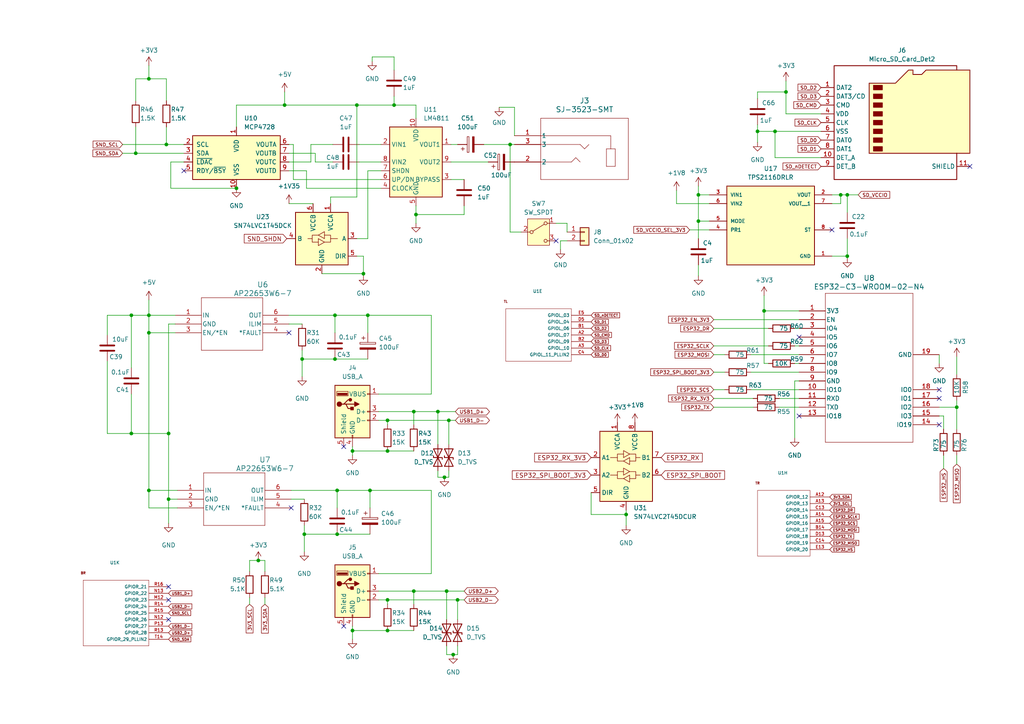
<source format=kicad_sch>
(kicad_sch (version 20250114) (generator "eeschema") (generator_version "9.0")
  (paper "A4")
  (junction (at 112.395 121.92))
  (junction (at 88.265 154.94))
  (junction (at 48.895 125.73))
  (junction (at 130.175 121.92))
  (junction (at 112.395 173.99))
  (junction (at 219.71 38.1))
  (junction (at 147.955 41.91))
  (junction (at 120.015 119.38))
  (junction (at 38.1 91.44))
  (junction (at 202.565 64.135))
  (junction (at 245.745 56.515))
  (junction (at 74.93 162.56))
  (junction (at 106.68 91.44))
  (junction (at 127 119.38))
  (junction (at 43.18 91.44))
  (junction (at 68.58 54.61))
  (junction (at 48.895 144.78))
  (junction (at 224.79 38.1))
  (junction (at 39.37 44.45))
  (junction (at 129.54 171.45))
  (junction (at 38.1 125.73))
  (junction (at 132.715 173.99))
  (junction (at 221.615 90.17))
  (junction (at 227.965 26.67))
  (junction (at 202.565 56.515))
  (junction (at 243.84 56.515))
  (junction (at 107.315 142.24))
  (junction (at 82.55 30.48))
  (junction (at 120.015 171.45))
  (junction (at 103.505 30.48))
  (junction (at 43.18 142.24))
  (junction (at 114.3 30.48))
  (junction (at 112.395 182.88))
  (junction (at 43.18 96.52))
  (junction (at 245.745 74.295))
  (junction (at 102.235 130.81))
  (junction (at 97.155 104.14))
  (junction (at 48.26 41.91))
  (junction (at 112.395 130.81))
  (junction (at 120.65 62.23))
  (junction (at 97.79 154.94))
  (junction (at 43.18 22.86))
  (junction (at 97.79 142.24))
  (junction (at 87.63 104.14))
  (junction (at 181.61 149.225))
  (junction (at 105.41 79.375))
  (junction (at 97.155 91.44))
  (junction (at 128.905 138.43))
  (junction (at 131.445 189.865))
  (junction (at 102.235 182.88))
  (junction (at 277.495 118.11))
  (no_connect (at 272.415 123.19))
  (no_connect (at 84.455 147.32))
  (no_connect (at 241.3 66.675))
  (no_connect (at 99.695 129.54))
  (no_connect (at 83.82 96.52))
  (no_connect (at 53.34 49.53))
  (no_connect (at 48.895 170.18))
  (no_connect (at 281.305 48.26))
  (no_connect (at 231.775 120.65))
  (no_connect (at 99.695 181.61))
  (no_connect (at 272.415 115.57))
  (no_connect (at 231.775 97.79))
  (no_connect (at 48.895 173.99))
  (no_connect (at 272.415 113.03))
  (no_connect (at 161.29 69.85))
  (no_connect (at 48.895 179.705))
  (wire (pts (xy 112.395 173.99) (xy 132.715 173.99)))
  (wire (pts (xy 181.61 149.225) (xy 181.61 152.4)))
  (wire (pts (xy 132.715 173.99) (xy 132.715 179.705)))
  (wire (pts (xy 83.82 91.44) (xy 97.155 91.44)))
  (wire (pts (xy 43.18 91.44) (xy 43.18 86.995)))
  (wire (pts (xy 130.81 41.91) (xy 132.715 41.91)))
  (wire (pts (xy 140.335 41.91) (xy 147.955 41.91)))
  (wire (pts (xy 112.395 123.19) (xy 112.395 121.92)))
  (wire (pts (xy 83.82 93.98) (xy 87.63 93.98)))
  (wire (pts (xy 224.79 38.1) (xy 238.125 38.1)))
  (wire (pts (xy 125.095 166.37) (xy 125.095 142.24)))
  (wire (pts (xy 51.435 142.24) (xy 43.18 142.24)))
  (wire (pts (xy 243.84 59.055) (xy 243.84 56.515)))
  (wire (pts (xy 48.895 125.73) (xy 48.895 144.78)))
  (wire (pts (xy 106.68 96.52) (xy 106.68 91.44)))
  (wire (pts (xy 105.41 79.375) (xy 105.41 80.01)))
  (wire (pts (xy 277.495 132.08) (xy 277.495 134.62)))
  (wire (pts (xy 106.68 49.53) (xy 106.68 69.215)))
  (wire (pts (xy 130.175 136.525) (xy 130.175 138.43)))
  (wire (pts (xy 277.495 118.11) (xy 277.495 124.46)))
  (wire (pts (xy 273.685 120.65) (xy 272.415 120.65)))
  (wire (pts (xy 31.115 125.73) (xy 31.115 104.775)))
  (wire (pts (xy 112.395 182.88) (xy 120.015 182.88)))
  (wire (pts (xy 103.505 69.215) (xy 106.68 69.215)))
  (wire (pts (xy 106.68 49.53) (xy 110.49 49.53)))
  (wire (pts (xy 83.82 59.055) (xy 90.805 59.055)))
  (wire (pts (xy 83.82 49.53) (xy 88.9 49.53)))
  (wire (pts (xy 48.26 36.83) (xy 48.26 41.91)))
  (wire (pts (xy 82.55 30.48) (xy 103.505 30.48)))
  (wire (pts (xy 39.37 44.45) (xy 53.34 44.45)))
  (wire (pts (xy 102.235 182.88) (xy 102.235 185.42)))
  (wire (pts (xy 221.615 90.17) (xy 221.615 85.725)))
  (wire (pts (xy 102.235 181.61) (xy 102.235 182.88)))
  (wire (pts (xy 241.3 56.515) (xy 243.84 56.515)))
  (wire (pts (xy 48.895 144.78) (xy 48.895 151.765)))
  (wire (pts (xy 85.09 52.07) (xy 110.49 52.07)))
  (wire (pts (xy 129.54 171.45) (xy 129.54 179.705)))
  (wire (pts (xy 87.63 104.14) (xy 97.155 104.14)))
  (wire (pts (xy 164.465 69.85) (xy 162.56 69.85)))
  (wire (pts (xy 164.465 64.77) (xy 164.465 67.31)))
  (wire (pts (xy 114.3 16.51) (xy 114.3 20.32)))
  (wire (pts (xy 224.79 45.72) (xy 238.125 45.72)))
  (wire (pts (xy 48.26 22.86) (xy 43.18 22.86)))
  (wire (pts (xy 241.3 74.295) (xy 245.745 74.295)))
  (wire (pts (xy 105.41 74.295) (xy 105.41 79.375)))
  (wire (pts (xy 38.1 91.44) (xy 43.18 91.44)))
  (wire (pts (xy 88.9 49.53) (xy 88.9 54.61)))
  (wire (pts (xy 39.37 36.83) (xy 39.37 44.45)))
  (wire (pts (xy 147.955 67.31) (xy 151.13 67.31)))
  (wire (pts (xy 202.565 64.135) (xy 202.565 56.515)))
  (wire (pts (xy 196.215 59.055) (xy 196.215 55.245)))
  (wire (pts (xy 127 119.38) (xy 132.08 119.38)))
  (wire (pts (xy 76.835 173.355) (xy 76.835 175.26)))
  (wire (pts (xy 120.65 30.48) (xy 120.65 34.29)))
  (wire (pts (xy 130.175 121.92) (xy 130.175 128.905)))
  (wire (pts (xy 161.29 64.77) (xy 164.465 64.77)))
  (wire (pts (xy 84.455 144.78) (xy 88.265 144.78)))
  (wire (pts (xy 273.685 120.65) (xy 273.685 124.46)))
  (wire (pts (xy 120.015 119.38) (xy 109.855 119.38)))
  (wire (pts (xy 39.37 29.21) (xy 39.37 22.86)))
  (wire (pts (xy 102.235 129.54) (xy 102.235 130.81)))
  (wire (pts (xy 245.745 56.515) (xy 248.92 56.515)))
  (wire (pts (xy 90.17 41.91) (xy 96.52 41.91)))
  (wire (pts (xy 130.175 138.43) (xy 128.905 138.43)))
  (wire (pts (xy 127 136.525) (xy 127 138.43)))
  (wire (pts (xy 231.775 110.49) (xy 230.505 110.49)))
  (wire (pts (xy 245.745 69.215) (xy 245.745 74.295)))
  (wire (pts (xy 129.54 171.45) (xy 134.62 171.45)))
  (wire (pts (xy 103.505 74.295) (xy 105.41 74.295)))
  (wire (pts (xy 83.82 44.45) (xy 91.44 44.45)))
  (wire (pts (xy 31.115 97.155) (xy 31.115 91.44)))
  (wire (pts (xy 50.8 93.98) (xy 48.895 93.98)))
  (wire (pts (xy 221.615 105.41) (xy 221.615 90.17)))
  (wire (pts (xy 31.115 125.73) (xy 38.1 125.73)))
  (wire (pts (xy 207.01 92.71) (xy 231.775 92.71)))
  (wire (pts (xy 171.45 142.875) (xy 171.45 149.225)))
  (wire (pts (xy 129.54 187.325) (xy 129.54 189.865)))
  (wire (pts (xy 88.265 154.94) (xy 97.79 154.94)))
  (wire (pts (xy 97.79 154.94) (xy 107.315 154.94)))
  (wire (pts (xy 224.79 45.72) (xy 224.79 38.1)))
  (wire (pts (xy 162.56 69.85) (xy 162.56 72.39)))
  (wire (pts (xy 127 119.38) (xy 127 128.905)))
  (wire (pts (xy 107.315 147.32) (xy 107.315 142.24)))
  (wire (pts (xy 53.34 46.99) (xy 49.53 46.99)))
  (wire (pts (xy 147.955 41.91) (xy 149.225 41.91)))
  (wire (pts (xy 84.455 142.24) (xy 97.79 142.24)))
  (wire (pts (xy 181.61 147.955) (xy 181.61 149.225)))
  (wire (pts (xy 125.095 114.3) (xy 125.095 91.44)))
  (wire (pts (xy 132.715 187.325) (xy 132.715 189.865)))
  (wire (pts (xy 120.015 175.26) (xy 120.015 171.45)))
  (wire (pts (xy 35.56 41.91) (xy 48.26 41.91)))
  (wire (pts (xy 91.44 46.99) (xy 96.52 46.99)))
  (wire (pts (xy 103.505 30.48) (xy 114.3 30.48)))
  (wire (pts (xy 88.265 152.4) (xy 88.265 154.94)))
  (wire (pts (xy 31.115 91.44) (xy 38.1 91.44)))
  (wire (pts (xy 230.505 105.41) (xy 231.775 105.41)))
  (wire (pts (xy 245.745 56.515) (xy 245.745 61.595)))
  (wire (pts (xy 39.37 22.86) (xy 43.18 22.86)))
  (wire (pts (xy 120.015 123.19) (xy 120.015 119.38)))
  (wire (pts (xy 277.495 118.11) (xy 277.495 116.205)))
  (wire (pts (xy 50.8 91.44) (xy 43.18 91.44)))
  (wire (pts (xy 132.715 173.99) (xy 134.62 173.99)))
  (wire (pts (xy 217.805 102.87) (xy 231.775 102.87)))
  (wire (pts (xy 202.565 64.135) (xy 202.565 69.215)))
  (wire (pts (xy 120.015 119.38) (xy 127 119.38)))
  (wire (pts (xy 87.63 104.14) (xy 87.63 109.22)))
  (wire (pts (xy 49.53 46.99) (xy 49.53 54.61)))
  (wire (pts (xy 120.65 62.23) (xy 120.65 64.77)))
  (wire (pts (xy 207.01 113.03) (xy 210.185 113.03)))
  (wire (pts (xy 205.74 59.055) (xy 196.215 59.055)))
  (wire (pts (xy 43.18 19.05) (xy 43.18 22.86)))
  (wire (pts (xy 97.79 142.24) (xy 97.79 147.32)))
  (wire (pts (xy 95.885 59.055) (xy 95.885 57.15)))
  (wire (pts (xy 104.14 46.99) (xy 110.49 46.99)))
  (wire (pts (xy 76.835 165.735) (xy 76.835 162.56)))
  (wire (pts (xy 93.345 79.375) (xy 105.41 79.375)))
  (wire (pts (xy 202.565 76.835) (xy 202.565 80.01)))
  (wire (pts (xy 272.415 102.87) (xy 272.415 105.41)))
  (wire (pts (xy 107.315 142.24) (xy 97.79 142.24)))
  (wire (pts (xy 219.71 36.195) (xy 219.71 38.1)))
  (wire (pts (xy 120.65 59.69) (xy 120.65 62.23)))
  (wire (pts (xy 243.84 56.515) (xy 245.745 56.515)))
  (wire (pts (xy 207.01 107.95) (xy 210.185 107.95)))
  (wire (pts (xy 205.74 64.135) (xy 202.565 64.135)))
  (wire (pts (xy 83.82 46.99) (xy 90.17 46.99)))
  (wire (pts (xy 102.235 130.81) (xy 102.235 132.08)))
  (wire (pts (xy 43.18 96.52) (xy 43.18 142.24)))
  (wire (pts (xy 127 138.43) (xy 128.905 138.43)))
  (wire (pts (xy 222.885 105.41) (xy 221.615 105.41)))
  (wire (pts (xy 114.3 30.48) (xy 120.65 30.48)))
  (wire (pts (xy 74.93 162.56) (xy 76.835 162.56)))
  (wire (pts (xy 226.06 115.57) (xy 231.775 115.57)))
  (wire (pts (xy 207.01 102.87) (xy 210.185 102.87)))
  (wire (pts (xy 102.235 130.81) (xy 112.395 130.81)))
  (wire (pts (xy 50.8 96.52) (xy 43.18 96.52)))
  (wire (pts (xy 109.855 114.3) (xy 125.095 114.3)))
  (wire (pts (xy 43.18 147.32) (xy 43.18 142.24)))
  (wire (pts (xy 87.63 101.6) (xy 87.63 104.14)))
  (wire (pts (xy 272.415 118.11) (xy 277.495 118.11)))
  (wire (pts (xy 112.395 130.81) (xy 120.015 130.81)))
  (wire (pts (xy 38.1 106.68) (xy 38.1 91.44)))
  (wire (pts (xy 43.18 96.52) (xy 43.18 91.44)))
  (wire (pts (xy 207.01 118.11) (xy 218.44 118.11)))
  (wire (pts (xy 104.14 41.91) (xy 110.49 41.91)))
  (wire (pts (xy 230.505 100.33) (xy 231.775 100.33)))
  (wire (pts (xy 120.015 171.45) (xy 109.855 171.45)))
  (wire (pts (xy 72.39 162.56) (xy 74.93 162.56)))
  (wire (pts (xy 72.39 165.735) (xy 72.39 162.56)))
  (wire (pts (xy 112.395 173.99) (xy 109.855 173.99)))
  (wire (pts (xy 112.395 121.92) (xy 109.855 121.92)))
  (wire (pts (xy 219.71 26.67) (xy 227.965 26.67)))
  (wire (pts (xy 102.235 182.88) (xy 112.395 182.88)))
  (wire (pts (xy 230.505 95.25) (xy 231.775 95.25)))
  (wire (pts (xy 82.55 26.67) (xy 82.55 30.48)))
  (wire (pts (xy 109.855 166.37) (xy 125.095 166.37)))
  (wire (pts (xy 68.58 30.48) (xy 82.55 30.48)))
  (wire (pts (xy 207.01 100.33) (xy 222.885 100.33)))
  (wire (pts (xy 88.265 154.94) (xy 88.265 160.02)))
  (wire (pts (xy 97.155 104.14) (xy 106.68 104.14)))
  (wire (pts (xy 91.44 44.45) (xy 91.44 46.99)))
  (wire (pts (xy 227.965 26.67) (xy 227.965 23.495)))
  (wire (pts (xy 147.955 67.31) (xy 147.955 41.91)))
  (wire (pts (xy 125.095 91.44) (xy 106.68 91.44)))
  (wire (pts (xy 134.62 62.23) (xy 120.65 62.23)))
  (wire (pts (xy 106.68 91.44) (xy 97.155 91.44)))
  (wire (pts (xy 205.74 56.515) (xy 202.565 56.515)))
  (wire (pts (xy 112.395 121.92) (xy 130.175 121.92)))
  (wire (pts (xy 38.1 125.73) (xy 48.895 125.73)))
  (wire (pts (xy 231.775 90.17) (xy 221.615 90.17)))
  (wire (pts (xy 51.435 147.32) (xy 43.18 147.32)))
  (wire (pts (xy 125.095 142.24) (xy 107.315 142.24)))
  (wire (pts (xy 202.565 56.515) (xy 202.565 53.975)))
  (wire (pts (xy 97.155 91.44) (xy 97.155 96.52)))
  (wire (pts (xy 103.505 57.15) (xy 103.505 30.48)))
  (wire (pts (xy 217.805 107.95) (xy 231.775 107.95)))
  (wire (pts (xy 130.81 46.99) (xy 141.605 46.99)))
  (wire (pts (xy 132.715 189.865) (xy 131.445 189.865)))
  (wire (pts (xy 149.225 31.115) (xy 144.78 31.115)))
  (wire (pts (xy 83.82 41.91) (xy 85.09 41.91)))
  (wire (pts (xy 114.3 16.51) (xy 107.95 16.51)))
  (wire (pts (xy 112.395 175.26) (xy 112.395 173.99)))
  (wire (pts (xy 207.01 115.57) (xy 218.44 115.57)))
  (wire (pts (xy 149.225 39.37) (xy 149.225 31.115)))
  (wire (pts (xy 48.26 41.91) (xy 53.34 41.91)))
  (wire (pts (xy 230.505 110.49) (xy 230.505 127)))
  (wire (pts (xy 219.71 28.575) (xy 219.71 26.67)))
  (wire (pts (xy 130.175 121.92) (xy 132.08 121.92)))
  (wire (pts (xy 35.56 44.45) (xy 39.37 44.45)))
  (wire (pts (xy 88.9 54.61) (xy 110.49 54.61)))
  (wire (pts (xy 226.06 118.11) (xy 231.775 118.11)))
  (wire (pts (xy 90.17 46.99) (xy 90.17 41.91)))
  (wire (pts (xy 49.53 54.61) (xy 68.58 54.61)))
  (wire (pts (xy 207.01 95.25) (xy 222.885 95.25)))
  (wire (pts (xy 120.015 171.45) (xy 129.54 171.45)))
  (wire (pts (xy 95.885 57.15) (xy 103.505 57.15)))
  (wire (pts (xy 238.125 33.02) (xy 227.965 33.02)))
  (wire (pts (xy 134.62 59.69) (xy 134.62 62.23)))
  (wire (pts (xy 114.3 27.94) (xy 114.3 30.48)))
  (wire (pts (xy 241.3 59.055) (xy 243.84 59.055)))
  (wire (pts (xy 107.95 16.51) (xy 107.95 17.78)))
  (wire (pts (xy 227.965 33.02) (xy 227.965 26.67)))
  (wire (pts (xy 48.895 93.98) (xy 48.895 125.73)))
  (wire (pts (xy 200.025 66.675) (xy 205.74 66.675)))
  (wire (pts (xy 68.58 36.83) (xy 68.58 30.48)))
  (wire (pts (xy 217.805 113.03) (xy 231.775 113.03)))
  (wire (pts (xy 219.71 38.1) (xy 224.79 38.1)))
  (wire (pts (xy 273.685 132.08) (xy 273.685 135.89)))
  (wire (pts (xy 130.81 52.07) (xy 134.62 52.07)))
  (wire (pts (xy 171.45 149.225) (xy 181.61 149.225)))
  (wire (pts (xy 48.26 29.21) (xy 48.26 22.86)))
  (wire (pts (xy 38.1 125.73) (xy 38.1 114.3)))
  (wire (pts (xy 277.495 103.505) (xy 277.495 108.585)))
  (wire (pts (xy 72.39 173.355) (xy 72.39 175.26)))
  (wire (pts (xy 129.54 189.865) (xy 131.445 189.865)))
  (wire (pts (xy 48.895 144.78) (xy 51.435 144.78)))
  (wire (pts (xy 85.09 41.91) (xy 85.09 52.07)))
  (wire (pts (xy 219.71 41.275) (xy 219.71 38.1)))
  (wire (pts (xy 245.745 74.295) (xy 245.745 74.93)))
  (global_label "ESP32_SPI_BOOT_3V3" (shape input) (at 171.45 137.795 180) (property "Intersheetrefs" "${INTERSHEET_REFS}" (effects (hide yes))))
  (global_label "USB1_D-" (shape bidirectional) (at 132.08 121.92 0) (effects (font (size 1.016 1.016))) (property "Intersheetrefs" "${INTERSHEET_REFS}" (effects (hide yes))))
  (global_label "ESP32_MOSI" (shape input) (at 240.665 153.67 0) (effects (font (size 0.762 0.762))) (property "Intersheetrefs" "${INTERSHEET_REFS}" (effects (hide yes))))
  (global_label "SD_nDETECT" (shape input) (at 171.45 91.44 0) (effects (font (size 0.762 0.762))) (property "Intersheetrefs" "${INTERSHEET_REFS}" (effects (hide yes))))
  (global_label "USB1_D+" (shape bidirectional) (at 132.08 119.38 0) (effects (font (size 1.016 1.016))) (property "Intersheetrefs" "${INTERSHEET_REFS}" (effects (hide yes))))
  (global_label "ESP32_EN_3V3" (shape input) (at 207.01 92.71 180) (effects (font (size 1.016 1.016))) (property "Intersheetrefs" "${INTERSHEET_REFS}" (effects (hide yes))))
  (global_label "ESP32_HS" (shape input) (at 273.685 135.89 270) (effects (font (size 1.016 1.016))) (property "Intersheetrefs" "${INTERSHEET_REFS}" (effects (hide yes))))
  (global_label "SND_SCL" (shape input) (at 35.56 41.91 180) (effects (font (size 1.016 1.016))) (property "Intersheetrefs" "${INTERSHEET_REFS}" (effects (hide yes))))
  (global_label "SD_CLK" (shape input) (at 238.125 35.56 180) (effects (font (size 1.016 1.016))) (property "Intersheetrefs" "${INTERSHEET_REFS}" (effects (hide yes))))
  (global_label "ESP32_TX" (shape input) (at 240.665 155.575 0) (effects (font (size 0.762 0.762))) (property "Intersheetrefs" "${INTERSHEET_REFS}" (effects (hide yes))))
  (global_label "SD_D2" (shape input) (at 171.45 95.25 0) (effects (font (size 0.762 0.762))) (property "Intersheetrefs" "${INTERSHEET_REFS}" (effects (hide yes))))
  (global_label "ESP32_SPI_BOOT" (shape input) (at 191.77 137.795 0) (property "Intersheetrefs" "${INTERSHEET_REFS}" (effects (hide yes))))
  (global_label "3V3_SCL" (shape input) (at 240.665 146.05 0) (effects (font (size 0.762 0.762))) (property "Intersheetrefs" "${INTERSHEET_REFS}" (effects (hide yes))))
  (global_label "ESP32_DR" (shape input) (at 240.665 147.955 0) (effects (font (size 0.762 0.762))) (property "Intersheetrefs" "${INTERSHEET_REFS}" (effects (hide yes))))
  (global_label "ESP32_HS" (shape input) (at 240.665 159.385 0) (effects (font (size 0.762 0.762))) (property "Intersheetrefs" "${INTERSHEET_REFS}" (effects (hide yes))))
  (global_label "SD_nDETECT" (shape input) (at 238.125 48.26 180) (effects (font (size 1.016 1.016))) (property "Intersheetrefs" "${INTERSHEET_REFS}" (effects (hide yes))))
  (global_label "ESP32_SPI_BOOT_3V3" (shape input) (at 207.01 107.95 180) (effects (font (size 1.016 1.016))) (property "Intersheetrefs" "${INTERSHEET_REFS}" (effects (hide yes))))
  (global_label "SD_D1" (shape input) (at 171.45 93.345 0) (effects (font (size 0.762 0.762))) (property "Intersheetrefs" "${INTERSHEET_REFS}" (effects (hide yes))))
  (global_label "SD_D3" (shape input) (at 238.125 27.94 180) (effects (font (size 1.016 1.016))) (property "Intersheetrefs" "${INTERSHEET_REFS}" (effects (hide yes))))
  (global_label "ESP32_SCS" (shape input) (at 240.665 151.765 0) (effects (font (size 0.762 0.762))) (property "Intersheetrefs" "${INTERSHEET_REFS}" (effects (hide yes))))
  (global_label "ESP32_DR" (shape input) (at 207.01 95.25 180) (effects (font (size 1.016 1.016))) (property "Intersheetrefs" "${INTERSHEET_REFS}" (effects (hide yes))))
  (global_label "ESP32_SCS" (shape input) (at 207.01 113.03 180) (effects (font (size 1.016 1.016))) (property "Intersheetrefs" "${INTERSHEET_REFS}" (effects (hide yes))))
  (global_label "SD_D0" (shape input) (at 238.125 40.64 180) (effects (font (size 1.016 1.016))) (property "Intersheetrefs" "${INTERSHEET_REFS}" (effects (hide yes))))
  (global_label "SND_SDA" (shape input) (at 48.895 185.42 0) (effects (font (size 0.762 0.762))) (property "Intersheetrefs" "${INTERSHEET_REFS}" (effects (hide yes))))
  (global_label "ESP32_RX_3V3" (shape input) (at 207.01 115.57 180) (effects (font (size 1.016 1.016))) (property "Intersheetrefs" "${INTERSHEET_REFS}" (effects (hide yes))))
  (global_label "SD_D2" (shape input) (at 238.125 25.4 180) (effects (font (size 1.016 1.016))) (property "Intersheetrefs" "${INTERSHEET_REFS}" (effects (hide yes))))
  (global_label "USB1_D+" (shape input) (at 48.895 172.085 0) (effects (font (size 0.762 0.762))) (property "Intersheetrefs" "${INTERSHEET_REFS}" (effects (hide yes))))
  (global_label "USB2_D+" (shape input) (at 48.895 183.515 0) (effects (font (size 0.762 0.762))) (property "Intersheetrefs" "${INTERSHEET_REFS}" (effects (hide yes))))
  (global_label "USB1_D-" (shape input) (at 48.895 181.61 0) (effects (font (size 0.762 0.762))) (property "Intersheetrefs" "${INTERSHEET_REFS}" (effects (hide yes))))
  (global_label "SD_CMD" (shape input) (at 171.45 97.155 0) (effects (font (size 0.762 0.762))) (property "Intersheetrefs" "${INTERSHEET_REFS}" (effects (hide yes))))
  (global_label "SND_SDA" (shape input) (at 35.56 44.45 180) (effects (font (size 1.016 1.016))) (property "Intersheetrefs" "${INTERSHEET_REFS}" (effects (hide yes))))
  (global_label "SND_SHDN" (shape input) (at 83.185 69.215 180) (property "Intersheetrefs" "${INTERSHEET_REFS}" (effects (hide yes))))
  (global_label "USB2_D+" (shape bidirectional) (at 134.62 171.45 0) (effects (font (size 1.016 1.016))) (property "Intersheetrefs" "${INTERSHEET_REFS}" (effects (hide yes))))
  (global_label "3V3_SCL" (shape input) (at 72.39 175.26 270) (effects (font (size 1.016 1.016))) (property "Intersheetrefs" "${INTERSHEET_REFS}" (effects (hide yes))))
  (global_label "ESP32_MOSI" (shape input) (at 207.01 102.87 180) (effects (font (size 1.016 1.016))) (property "Intersheetrefs" "${INTERSHEET_REFS}" (effects (hide yes))))
  (global_label "SD_D1" (shape input) (at 238.125 43.18 180) (effects (font (size 1.016 1.016))) (property "Intersheetrefs" "${INTERSHEET_REFS}" (effects (hide yes))))
  (global_label "SD_CLK" (shape input) (at 171.45 100.965 0) (effects (font (size 0.762 0.762))) (property "Intersheetrefs" "${INTERSHEET_REFS}" (effects (hide yes))))
  (global_label "3V3_SDA" (shape input) (at 240.665 144.145 0) (effects (font (size 0.762 0.762))) (property "Intersheetrefs" "${INTERSHEET_REFS}" (effects (hide yes))))
  (global_label "ESP32_RX_3V3" (shape input) (at 171.45 132.715 180) (property "Intersheetrefs" "${INTERSHEET_REFS}" (effects (hide yes))))
  (global_label "ESP32_SCLK" (shape input) (at 207.01 100.33 180) (effects (font (size 1.016 1.016))) (property "Intersheetrefs" "${INTERSHEET_REFS}" (effects (hide yes))))
  (global_label "SD_D3" (shape input) (at 171.45 99.06 0) (effects (font (size 0.762 0.762))) (property "Intersheetrefs" "${INTERSHEET_REFS}" (effects (hide yes))))
  (global_label "ESP32_RX" (shape input) (at 191.77 132.715 0) (property "Intersheetrefs" "${INTERSHEET_REFS}" (effects (hide yes))))
  (global_label "USB2_D-" (shape input) (at 48.895 175.895 0) (effects (font (size 0.762 0.762))) (property "Intersheetrefs" "${INTERSHEET_REFS}" (effects (hide yes))))
  (global_label "ESP32_MISO" (shape input) (at 277.495 134.62 270) (effects (font (size 1.016 1.016))) (property "Intersheetrefs" "${INTERSHEET_REFS}" (effects (hide yes))))
  (global_label "SD_VCCIO" (shape input) (at 248.92 56.515 0) (effects (font (size 1.016 1.016))) (property "Intersheetrefs" "${INTERSHEET_REFS}" (effects (hide yes))))
  (global_label "SD_VCCIO_SEL_3V3" (shape input) (at 200.025 66.675 180) (effects (font (size 1.016 1.016))) (property "Intersheetrefs" "${INTERSHEET_REFS}" (effects (hide yes))))
  (global_label "ESP32_SCLK" (shape input) (at 240.665 149.86 0) (effects (font (size 0.762 0.762))) (property "Intersheetrefs" "${INTERSHEET_REFS}" (effects (hide yes))))
  (global_label "ESP32_MISO" (shape input) (at 240.665 157.48 0) (effects (font (size 0.762 0.762))) (property "Intersheetrefs" "${INTERSHEET_REFS}" (effects (hide yes))))
  (global_label "SD_D0" (shape input) (at 171.45 102.87 0) (effects (font (size 0.762 0.762))) (property "Intersheetrefs" "${INTERSHEET_REFS}" (effects (hide yes))))
  (global_label "SND_SCL" (shape input) (at 48.895 177.8 0) (effects (font (size 0.762 0.762))) (property "Intersheetrefs" "${INTERSHEET_REFS}" (effects (hide yes))))
  (global_label "SD_CMD" (shape input) (at 238.125 30.48 180) (effects (font (size 1.016 1.016))) (property "Intersheetrefs" "${INTERSHEET_REFS}" (effects (hide yes))))
  (global_label "USB2_D-" (shape bidirectional) (at 134.62 173.99 0) (effects (font (size 1.016 1.016))) (property "Intersheetrefs" "${INTERSHEET_REFS}" (effects (hide yes))))
  (global_label "3V3_SDA" (shape input) (at 76.835 175.26 270) (effects (font (size 1.016 1.016))) (property "Intersheetrefs" "${INTERSHEET_REFS}" (effects (hide yes))))
  (global_label "ESP32_TX" (shape input) (at 207.01 118.11 180) (effects (font (size 1.016 1.016))) (property "Intersheetrefs" "${INTERSHEET_REFS}" (effects (hide yes))))
  (symbol (lib_id "Device:C") (at 202.565 73.025 0) (unit 1)
    (property "Reference" "C4" (at 203.835 70.485 0) (effects (justify left)))
    (property "Value" "1uF" (at 203.2 75.565 0) (effects (justify left)))
    (property "Footprint" "Capacitor_SMD:C_0603_1608Metric" (effects (hide yes)))
    (property "Description" "Unpolarized capacitor" (effects (hide yes)))
  )
  (symbol (lib_id "Device:R") (at 222.25 118.11 90) (unit 1)
    (property "Reference" "R55" (at 229.235 119.38 90) (effects (justify left)))
    (property "Value" "75" (at 224.155 118.11 90) (effects (justify left)))
    (property "Footprint" "Resistor_SMD:R_0603_1608Metric" (effects (hide yes)))
    (property "Description" "Resistor" (effects (hide yes)))
  )
  (symbol (lib_id "Device:R") (at 213.995 107.95 90) (unit 1)
    (property "Reference" "R57" (at 220.345 106.045 90) (effects (justify left)))
    (property "Value" "75" (at 215.9 107.95 90) (effects (justify left)))
    (property "Footprint" "Resistor_SMD:R_0603_1608Metric" (effects (hide yes)))
    (property "Description" "Resistor" (effects (hide yes)))
  )
  (symbol (lib_id "power:GND") (at 102.235 185.42 0) (unit 1)
    (property "Reference" "#PWR055" (effects (hide yes)))
    (property "Value" "GND" (at 102.235 190.5 0))
  )
  (symbol (lib_id "endeavour2:Ti60F256") (at 146.685 89.535 0) (unit 5)
    (property "Reference" "U1" (at 155.936 84.455 0) (effects (font (size 0.889 0.889))))
    (property "Value" "Ti60F256" (effects (hide yes)))
    (property "Footprint" "Package_BGA:BGA-256_14.0x14.0mm_Layout16x16_P0.8mm_Ball0.45mm_Pad0.32mm_NSMD" (effects (hide yes)))
    (property "SPLIT_INST" "TRUE" (effects (hide yes)))
    (property "SWAP_INFO" "(S1+S2+S3+S4+S5+S6+S7+S8+S9+S10+S11+S12+S13)" (effects (hide yes)))
  )
  (symbol (lib_id "power:+3V3") (at 179.07 122.555 0) (mirror y) (unit 1)
    (property "Reference" "#PWR0129" (effects (hide yes)))
    (property "Value" "+3V3" (at 179.07 118.11 0))
    (property "Description" "Power symbol creates a global label with name \"+3V3\"" (effects (hide yes)))
  )
  (symbol (lib_id "Analog_DAC:MCP4728") (at 68.58 44.45 0) (unit 1)
    (property "Reference" "U10" (at 70.7741 34.29 0) (effects (justify left)))
    (property "Value" "MCP4728" (at 70.7741 36.83 0) (effects (justify left)))
    (property "Footprint" "Package_SO:MSOP-10_3x3mm_P0.5mm" (effects (hide yes)))
    (property "Datasheet" "http://ww1.microchip.com/downloads/en/DeviceDoc/22187E.pdf" (effects (hide yes)))
  )
  (symbol (lib_id "Device:R") (at 112.395 127 0) (unit 1)
    (property "Reference" "R33" (at 113.665 125.73 0) (effects (justify left)))
    (property "Value" "15K" (at 113.665 128.27 0) (effects (justify left)))
    (property "Footprint" "Resistor_SMD:R_0603_1608Metric" (effects (hide yes)))
  )
  (symbol (lib_id "Device:C") (at 134.62 55.88 0) (unit 1)
    (property "Reference" "C50" (at 138.43 54.61 0) (effects (justify left)))
    (property "Value" "1uF" (at 138.43 57.15 0) (effects (justify left)))
    (property "Footprint" "Capacitor_SMD:C_0603_1608Metric" (effects (hide yes)))
  )
  (symbol (lib_id "power:GND") (at 120.65 64.77 0) (unit 1)
    (property "Reference" "#PWR059" (effects (hide yes)))
    (property "Value" "GND" (at 120.65 69.85 0))
  )
  (symbol (lib_id "Device:C") (at 31.115 100.965 180) (unit 1)
    (property "Reference" "C39" (at 33.655 103.505 0))
    (property "Value" "10uF" (at 34.925 98.425 0))
    (property "Footprint" "Capacitor_SMD:C_0603_1608Metric" (effects (hide yes)))
  )
  (symbol (lib_id "endeavour2:AP22653W6-7") (at 50.8 91.44 0) (unit 1)
    (property "Reference" "U6" (at 76.2 82.55 0) (effects (font (size 1.524 1.524))))
    (property "Value" "AP22653W6-7" (at 76.2 85.09 0) (effects (font (size 1.524 1.524))))
    (property "Footprint" "endeavour2:SOT26_DIO" (effects (hide yes)))
    (property "Datasheet" "AP22653W6-7" (effects (hide yes)))
  )
  (symbol (lib_id "Device:C_Polarized") (at 107.315 151.13 0) (unit 1)
    (property "Reference" "C46" (at 110.49 148.9709 0) (effects (justify left)))
    (property "Value" "100uF" (at 110.49 151.5109 0) (effects (justify left)))
    (property "Footprint" "Capacitor_Tantalum_SMD:CP_EIA-3528-12_Kemet-T" (effects (hide yes)))
    (property "Description" "Polarized capacitor" (effects (hide yes)))
  )
  (symbol (lib_id "Device:C") (at 114.3 24.13 0) (unit 1)
    (property "Reference" "C49" (at 116.84 22.86 0) (effects (justify left)))
    (property "Value" "1uF" (at 116.84 25.4 0) (effects (justify left)))
    (property "Footprint" "Capacitor_SMD:C_0603_1608Metric" (effects (hide yes)))
  )
  (symbol (lib_id "Device:C_Polarized") (at 145.415 46.99 90) (unit 1)
    (property "Reference" "C52" (at 142.24 45.085 90))
    (property "Value" "100uF" (at 145.415 50.8 90))
    (property "Footprint" "Capacitor_SMD:CP_Elec_5x5.3" (effects (hide yes)))
    (property "Description" "Polarized capacitor" (effects (hide yes)))
  )
  (symbol (lib_id "Device:C") (at 100.33 46.99 90) (unit 1)
    (property "Reference" "C48" (at 96.52 45.72 90))
    (property "Value" "1uF" (at 96.52 48.26 90))
    (property "Footprint" "Capacitor_SMD:C_0603_1608Metric" (effects (hide yes)))
  )
  (symbol (lib_id "Amplifier_Audio:LM4811") (at 120.65 46.99 0) (unit 1)
    (property "Reference" "U11" (at 122.8441 31.75 0) (effects (justify left)))
    (property "Value" "LM4811" (at 122.8441 34.29 0) (effects (justify left)))
    (property "Footprint" "Package_SO:TSSOP-10_3x3mm_P0.5mm" (effects (hide yes)))
    (property "Datasheet" "http://www.ti.com/lit/ds/symlink/lm4811.pdf" (effects (hide yes)))
  )
  (symbol (lib_id "Connector:USB_A") (at 102.235 119.38 0) (unit 1)
    (property "Reference" "J4" (at 102.235 106.68 0))
    (property "Value" "USB_A" (at 102.235 109.22 0))
    (property "Footprint" "Connector_USB:USB_A_Receptacle_GCT_USB1046" (effects (hide yes)))
    (property "Datasheet" " ~" (effects (hide yes)))
  )
  (symbol (lib_id "power:+5V") (at 82.55 26.67 0) (unit 1)
    (property "Reference" "#PWR057" (effects (hide yes)))
    (property "Value" "+5V" (at 82.55 21.59 0))
  )
  (symbol (lib_id "Device:R") (at 76.835 169.545 0) (unit 1)
    (property "Reference" "R49" (at 78.105 168.275 0) (effects (justify left)))
    (property "Value" "5.1K" (at 78.105 170.815 0) (effects (justify left)))
    (property "Footprint" "Resistor_SMD:R_0603_1608Metric" (effects (hide yes)))
  )
  (symbol (lib_id "power:+1V8") (at 184.15 122.555 0) (unit 1)
    (property "Reference" "#PWR0121" (effects (hide yes)))
    (property "Value" "+1V8" (at 184.15 117.475 0))
    (property "Description" "Power symbol creates a global label with name \"+1V8\"" (effects (hide yes)))
  )
  (symbol (lib_id "Device:R") (at 213.995 113.03 90) (unit 1)
    (property "Reference" "R63" (at 220.98 111.76 90) (effects (justify left)))
    (property "Value" "75" (at 215.9 113.03 90) (effects (justify left)))
    (property "Footprint" "Resistor_SMD:R_0603_1608Metric" (effects (hide yes)))
    (property "Description" "Resistor" (effects (hide yes)))
  )
  (symbol (lib_id "Device:R") (at 222.25 115.57 90) (unit 1)
    (property "Reference" "R56" (at 229.235 114.3 90) (effects (justify left)))
    (property "Value" "75" (at 224.155 115.57 90) (effects (justify left)))
    (property "Footprint" "Resistor_SMD:R_0603_1608Metric" (effects (hide yes)))
    (property "Description" "Resistor" (effects (hide yes)))
  )
  (symbol (lib_id "Device:C_Polarized") (at 106.68 100.33 0) (unit 1)
    (property "Reference" "C45" (at 109.855 98.1709 0) (effects (justify left)))
    (property "Value" "100uF" (at 109.855 100.7109 0) (effects (justify left)))
    (property "Footprint" "Capacitor_Tantalum_SMD:CP_EIA-3528-12_Kemet-T" (effects (hide yes)))
    (property "Description" "Polarized capacitor" (effects (hide yes)))
  )
  (symbol (lib_id "power:+3V3") (at 221.615 85.725 0) (unit 1)
    (property "Reference" "#PWR088" (effects (hide yes)))
    (property "Value" "+3V3" (at 221.615 81.28 0))
    (property "Description" "Power symbol creates a global label with name \"+3V3\"" (effects (hide yes)))
  )
  (symbol (lib_id "Device:C") (at 38.1 110.49 180) (unit 1)
    (property "Reference" "C41" (at 35.56 113.03 0))
    (property "Value" "0.1uF" (at 34.925 107.95 0))
    (property "Footprint" "Capacitor_SMD:C_0603_1608Metric" (effects (hide yes)))
  )
  (symbol (lib_id "Device:R") (at 39.37 33.02 0) (unit 1)
    (property "Reference" "R46" (at 40.64 31.75 0) (effects (justify left)))
    (property "Value" "1.5K" (at 40.64 34.29 0) (effects (justify left)))
    (property "Footprint" "Resistor_SMD:R_0603_1608Metric" (effects (hide yes)))
  )
  (symbol (lib_id "power:GND") (at 48.895 151.765 0) (unit 1)
    (property "Reference" "#PWR033" (effects (hide yes)))
    (property "Value" "GND" (at 48.895 158.115 0))
    (property "Description" "Power symbol creates a global label with name \"GND\" , ground" (effects (hide yes)))
  )
  (symbol (lib_id "power:GND") (at 107.95 17.78 0) (unit 1)
    (property "Reference" "#PWR058" (effects (hide yes)))
    (property "Value" "GND" (at 107.95 22.86 0))
  )
  (symbol (lib_id "Device:C") (at 100.33 41.91 90) (unit 1)
    (property "Reference" "C47" (at 100.33 34.29 90))
    (property "Value" "1uF" (at 100.33 36.83 90))
    (property "Footprint" "Capacitor_SMD:C_0603_1608Metric" (effects (hide yes)))
  )
  (symbol (lib_id "endeavour2:TPS2116DRLR") (at 223.52 64.135 0) (unit 1)
    (property "Reference" "U17" (at 223.52 48.895 0))
    (property "Value" "TPS2116DRLR" (at 223.52 51.435 0))
    (property "Footprint" "endeavour2:SOTFL50P160X60-8N" (effects (hide yes)))
    (property "PARTREV" "A" (effects (hide yes)))
    (property "STANDARD" "IPC 7351B" (effects (hide yes)))
    (property "MAXIMUM_PACKAGE_HEIGHT" "0.6 mm" (effects (hide yes)))
    (property "MANUFACTURER" "Texas Instruments" (effects (hide yes)))
  )
  (symbol (lib_id "power:+3V3") (at 277.495 103.505 0) (unit 1)
    (property "Reference" "#PWR0117" (effects (hide yes)))
    (property "Value" "+3V3" (at 277.495 99.06 0))
    (property "Description" "Power symbol creates a global label with name \"+3V3\"" (effects (hide yes)))
  )
  (symbol (lib_id "Device:D_TVS") (at 132.715 183.515 90) (unit 1)
    (property "Reference" "D15" (at 135.255 182.2449 90) (effects (justify right)))
    (property "Value" "D_TVS" (at 135.255 184.7849 90) (effects (justify right)))
    (property "Footprint" "Diode_SMD:D_0603_1608Metric" (effects (hide yes)))
    (property "Description" "Bidirectional transient-voltage-suppression diode" (effects (hide yes)))
  )
  (symbol (lib_id "endeavour2:Ti60F256") (at 24.13 168.275 0) (unit 11)
    (property "Reference" "U1" (at 33.3075 163.195 0) (effects (font (size 0.889 0.889))))
    (property "Value" "Ti60F256" (effects (hide yes)))
    (property "Footprint" "Package_BGA:BGA-256_14.0x14.0mm_Layout16x16_P0.8mm_Ball0.45mm_Pad0.32mm_NSMD" (effects (hide yes)))
    (property "SPLIT_INST" "TRUE" (effects (hide yes)))
    (property "SWAP_INFO" "(S1+S2+S3+S4+S5+S6+S7+S8+S9+S10+S11+S12+S13)" (effects (hide yes)))
  )
  (symbol (lib_id "power:GND") (at 202.565 80.01 0) (unit 1)
    (property "Reference" "#PWR0125" (effects (hide yes)))
    (property "Value" "GND" (at 202.565 85.09 0))
  )
  (symbol (lib_id "Device:R") (at 48.26 33.02 0) (unit 1)
    (property "Reference" "R47" (at 49.53 31.75 0) (effects (justify left)))
    (property "Value" "1.5K" (at 49.53 34.29 0) (effects (justify left)))
    (property "Footprint" "Resistor_SMD:R_0603_1608Metric" (effects (hide yes)))
  )
  (symbol (lib_id "power:GND") (at 68.58 54.61 0) (unit 1)
    (property "Reference" "#PWR056" (effects (hide yes)))
    (property "Value" "GND" (at 68.58 59.69 0))
  )
  (symbol (lib_id "power:+3V3") (at 74.93 162.56 0) (unit 1)
    (property "Reference" "#PWR074" (effects (hide yes)))
    (property "Value" "+3V3" (at 74.93 158.115 0))
    (property "Description" "Power symbol creates a global label with name \"+3V3\"" (effects (hide yes)))
  )
  (symbol (lib_id "power:+1V8") (at 196.215 55.245 0) (unit 1)
    (property "Reference" "#PWR098" (effects (hide yes)))
    (property "Value" "+1V8" (at 196.215 50.165 0))
    (property "Description" "Power symbol creates a global label with name \"+1V8\"" (effects (hide yes)))
  )
  (symbol (lib_id "power:GND") (at 181.61 152.4 0) (mirror y) (unit 1)
    (property "Reference" "#PWR0122" (effects (hide yes)))
    (property "Value" "GND" (at 181.61 157.48 0))
  )
  (symbol (lib_id "Device:R") (at 88.265 148.59 0) (unit 1)
    (property "Reference" "R32" (at 89.535 147.32 0) (effects (justify left)))
    (property "Value" "60K" (at 89.535 149.86 0) (effects (justify left)))
    (property "Footprint" "Resistor_SMD:R_0603_1608Metric" (effects (hide yes)))
  )
  (symbol (lib_id "Device:R") (at 120.015 179.07 0) (unit 1)
    (property "Reference" "R44" (at 121.285 177.8 0) (effects (justify left)))
    (property "Value" "15K" (at 121.285 180.34 0) (effects (justify left)))
    (property "Footprint" "Resistor_SMD:R_0603_1608Metric" (effects (hide yes)))
  )
  (symbol (lib_id "power:GND") (at 88.265 160.02 0) (unit 1)
    (property "Reference" "#PWR053" (effects (hide yes)))
    (property "Value" "GND" (at 88.265 166.37 0))
    (property "Description" "Power symbol creates a global label with name \"GND\" , ground" (effects (hide yes)))
  )
  (symbol (lib_id "power:GND") (at 105.41 80.01 0) (unit 1)
    (property "Reference" "#PWR0116" (effects (hide yes)))
    (property "Value" "GND" (at 105.41 85.09 0))
  )
  (symbol (lib_id "Device:R") (at 277.495 128.27 0) (unit 1)
    (property "Reference" "R76" (at 279.654 131.064 90) (effects (justify left)))
    (property "Value" "75" (at 277.495 130.175 90) (effects (justify left)))
    (property "Footprint" "Resistor_SMD:R_0603_1608Metric" (effects (hide yes)))
    (property "Description" "Resistor" (effects (hide yes)))
  )
  (symbol (lib_id "power:GND") (at 128.905 138.43 0) (unit 1)
    (property "Reference" "#PWR0115" (effects (hide yes)))
    (property "Value" "GND" (at 128.905 143.51 0))
  )
  (symbol (lib_id "Device:D_TVS") (at 130.175 132.715 90) (unit 1)
    (property "Reference" "D13" (at 132.715 131.4449 90) (effects (justify right)))
    (property "Value" "D_TVS" (at 132.715 133.9849 90) (effects (justify right)))
    (property "Footprint" "Diode_SMD:D_0603_1608Metric" (effects (hide yes)))
    (property "Description" "Bidirectional transient-voltage-suppression diode" (effects (hide yes)))
  )
  (symbol (lib_id "Device:R") (at 87.63 97.79 0) (unit 1)
    (property "Reference" "R31" (at 88.9 96.52 0) (effects (justify left)))
    (property "Value" "60K" (at 88.9 99.06 0) (effects (justify left)))
    (property "Footprint" "Resistor_SMD:R_0603_1608Metric" (effects (hide yes)))
  )
  (symbol (lib_id "power:GND") (at 131.445 189.865 0) (unit 1)
    (property "Reference" "#PWR0114" (effects (hide yes)))
    (property "Value" "GND" (at 131.445 194.945 0))
  )
  (symbol (lib_id "Connector_Generic:Conn_01x02") (at 169.545 67.31 0) (unit 1)
    (property "Reference" "J8" (at 172.085 67.3099 0) (effects (justify left)))
    (property "Value" "Conn_01x02" (at 172.085 69.8499 0) (effects (justify left)))
    (property "Footprint" "Connector_PinHeader_2.54mm:PinHeader_1x02_P2.54mm_Vertical" (effects (hide yes)))
    (property "Description" "Generic connector, single row, 01x02, script generated (kicad-library-utils/schlib/autogen/connector/)" (effects (hide yes)))
  )
  (symbol (lib_id "power:GND") (at 144.78 31.115 0) (unit 1)
    (property "Reference" "#PWR037" (effects (hide yes)))
    (property "Value" "GND" (at 144.78 35.56 0))
    (property "Description" "Power symbol creates a global label with name \"GND\" , ground" (effects (hide yes)))
  )
  (symbol (lib_id "power:+5V") (at 43.18 86.995 0) (unit 1)
    (property "Reference" "#PWR031" (effects (hide yes)))
    (property "Value" "+5V" (at 43.18 81.915 0))
  )
  (symbol (lib_id "Device:C") (at 97.79 151.13 180) (unit 1)
    (property "Reference" "C44" (at 100.33 153.67 0))
    (property "Value" "0.1uF" (at 101.6 148.59 0))
    (property "Footprint" "Capacitor_SMD:C_0603_1608Metric" (effects (hide yes)))
  )
  (symbol (lib_id "Device:R") (at 226.695 100.33 90) (unit 1)
    (property "Reference" "R62" (at 233.045 99.06 90) (effects (justify left)))
    (property "Value" "75" (at 228.6 100.33 90) (effects (justify left)))
    (property "Footprint" "Resistor_SMD:R_0603_1608Metric" (effects (hide yes)))
    (property "Description" "Resistor" (effects (hide yes)))
  )
  (symbol (lib_id "power:GND") (at 162.56 72.39 0) (unit 1)
    (property "Reference" "#PWR066" (effects (hide yes)))
    (property "Value" "GND" (at 162.56 76.835 0))
    (property "Description" "Power symbol creates a global label with name \"GND\" , ground" (effects (hide yes)))
  )
  (symbol (lib_id "Device:C") (at 219.71 32.385 0) (unit 1)
    (property "Reference" "C66" (at 220.98 29.845 0) (effects (justify left)))
    (property "Value" "1uF" (at 220.345 34.925 0) (effects (justify left)))
    (property "Footprint" "Capacitor_SMD:C_0603_1608Metric" (effects (hide yes)))
    (property "Description" "Unpolarized capacitor" (effects (hide yes)))
  )
  (symbol (lib_id "Logic_LevelTranslator:SN74LVC2T45DCUR") (at 181.61 135.255 0) (unit 1)
    (property "Reference" "U31" (at 183.7533 147.32 0) (effects (justify left)))
    (property "Value" "SN74LVC2T45DCUR" (at 183.7533 149.86 0) (effects (justify left)))
    (property "Footprint" "Package_SO:VSSOP-8_2.3x2mm_P0.5mm" (effects (hide yes)))
    (property "Datasheet" "http://www.ti.com/lit/ds/symlink/sn74lvc2t45.pdf" (effects (hide yes)))
    (property "Description" "Dual-Bit Dual-Supply Bus Transceiver With Configurable Voltage Translation and 3-State Outputs, VSSOP-8" (effects (hide yes)))
  )
  (symbol (lib_id "endeavour:SJ-3523-SMT") (at 149.225 39.37 0) (mirror y) (unit 1)
    (property "Reference" "J3" (at 169.545 29.21 0) (effects (font (size 1.524 1.524))))
    (property "Value" "SJ-3523-SMT" (at 169.545 31.75 0) (effects (font (size 1.524 1.524))))
    (property "Footprint" "endeavour2:SJ-3523-SMT_CUD" (effects (hide yes)))
    (property "Datasheet" "SJ-3523-SMT" (effects (hide yes)))
  )
  (symbol (lib_id "Logic_LevelTranslator:SN74LVC1T45DCK") (at 93.345 69.215 0) (mirror y) (unit 1)
    (property "Reference" "U23" (at 76.2 62.8964 0))
    (property "Value" "SN74LVC1T45DCK" (at 76.2 65.4364 0))
    (property "Footprint" "Package_TO_SOT_SMD:SOT-363_SC-70-6" (effects (hide yes)))
    (property "Datasheet" "http://www.ti.com/lit/ds/symlink/sn74lvc1t45.pdf" (effects (hide yes)))
    (property "Description" "Single-Bit Dual-Supply Bus Transceiver With Configurable Voltage Translation and 3-State Outputs, SOT-363" (effects (hide yes)))
  )
  (symbol (lib_id "power:GND") (at 87.63 109.22 0) (unit 1)
    (property "Reference" "#PWR052" (effects (hide yes)))
    (property "Value" "GND" (at 87.63 115.57 0))
    (property "Description" "Power symbol creates a global label with name \"GND\" , ground" (effects (hide yes)))
  )
  (symbol (lib_id "power:GND") (at 230.505 127 0) (unit 1)
    (property "Reference" "#PWR089" (effects (hide yes)))
    (property "Value" "GND" (at 230.505 132.08 0))
  )
  (symbol (lib_id "power:GND") (at 102.235 132.08 0) (unit 1)
    (property "Reference" "#PWR054" (effects (hide yes)))
    (property "Value" "GND" (at 102.235 137.16 0))
  )
  (symbol (lib_id "Device:D_TVS") (at 127 132.715 90) (unit 1)
    (property "Reference" "D12" (at 121.92 131.445 90) (effects (justify right)))
    (property "Value" "D_TVS" (at 120.015 133.985 90) (effects (justify right)))
    (property "Footprint" "Diode_SMD:D_0603_1608Metric" (effects (hide yes)))
    (property "Description" "Bidirectional transient-voltage-suppression diode" (effects (hide yes)))
  )
  (symbol (lib_id "Device:R") (at 273.685 128.27 0) (unit 1)
    (property "Reference" "R73" (at 271.526 131.064 90) (effects (justify left)))
    (property "Value" "75" (at 273.685 130.175 90) (effects (justify left)))
    (property "Footprint" "Resistor_SMD:R_0603_1608Metric" (effects (hide yes)))
    (property "Description" "Resistor" (effects (hide yes)))
  )
  (symbol (lib_id "Device:R") (at 213.995 102.87 90) (unit 1)
    (property "Reference" "R61" (at 220.345 101.6 90) (effects (justify left)))
    (property "Value" "75" (at 215.9 102.87 90) (effects (justify left)))
    (property "Footprint" "Resistor_SMD:R_0603_1608Metric" (effects (hide yes)))
    (property "Description" "Resistor" (effects (hide yes)))
  )
  (symbol (lib_id "Device:R") (at 120.015 127 0) (unit 1)
    (property "Reference" "R43" (at 121.285 125.73 0) (effects (justify left)))
    (property "Value" "15K" (at 121.285 128.27 0) (effects (justify left)))
    (property "Footprint" "Resistor_SMD:R_0603_1608Metric" (effects (hide yes)))
  )
  (symbol (lib_id "endeavour2:ESP32-C3-WROOM-02-N4") (at 231.775 90.17 0) (unit 1)
    (property "Reference" "U8" (at 252.095 80.645 0) (effects (font (size 1.524 1.524))))
    (property "Value" "ESP32-C3-WROOM-02-N4" (at 252.095 83.185 0) (effects (font (size 1.524 1.524))))
    (property "Footprint" "RF_Module:ESP32-C3-WROOM-02" (effects (hide yes)))
    (property "Datasheet" "ESP32-C3-WROOM-02-N4" (effects (hide yes)))
  )
  (symbol (lib_id "power:+3V3") (at 43.18 19.05 0) (unit 1)
    (property "Reference" "#PWR034" (effects (hide yes)))
    (property "Value" "+3V3" (at 43.18 14.605 0))
    (property "Description" "Power symbol creates a global label with name \"+3V3\"" (effects (hide yes)))
  )
  (symbol (lib_id "Device:R") (at 226.695 105.41 90) (unit 1)
    (property "Reference" "R59" (at 233.045 104.14 90) (effects (justify left)))
    (property "Value" "10K" (at 228.6 105.41 90) (effects (justify left)))
    (property "Footprint" "Resistor_SMD:R_0603_1608Metric" (effects (hide yes)))
    (property "Description" "Resistor" (effects (hide yes)))
  )
  (symbol (lib_id "endeavour2:AP22653W6-7") (at 51.435 142.24 0) (unit 1)
    (property "Reference" "U7" (at 76.835 133.35 0) (effects (font (size 1.524 1.524))))
    (property "Value" "AP22653W6-7" (at 76.835 135.89 0) (effects (font (size 1.524 1.524))))
    (property "Footprint" "endeavour2:SOT26_DIO" (effects (hide yes)))
    (property "Datasheet" "AP22653W6-7" (effects (hide yes)))
  )
  (symbol (lib_id "Device:C") (at 245.745 65.405 0) (unit 1)
    (property "Reference" "C22" (at 247.015 62.865 0) (effects (justify left)))
    (property "Value" "0.1uF" (at 246.38 67.945 0) (effects (justify left)))
    (property "Footprint" "Capacitor_SMD:C_0603_1608Metric" (effects (hide yes)))
    (property "Description" "Unpolarized capacitor" (effects (hide yes)))
  )
  (symbol (lib_id "Device:R") (at 226.695 95.25 90) (unit 1)
    (property "Reference" "R60" (at 233.045 94.615 90) (effects (justify left)))
    (property "Value" "75" (at 228.6 95.25 90) (effects (justify left)))
    (property "Footprint" "Resistor_SMD:R_0603_1608Metric" (effects (hide yes)))
    (property "Description" "Resistor" (effects (hide yes)))
  )
  (symbol (lib_id "endeavour2:Ti60F256") (at 219.71 142.24 0) (unit 8)
    (property "Reference" "U1" (at 227.0233 137.16 0) (effects (font (size 0.889 0.889))))
    (property "Value" "Ti60F256" (effects (hide yes)))
    (property "Footprint" "Package_BGA:BGA-256_14.0x14.0mm_Layout16x16_P0.8mm_Ball0.45mm_Pad0.32mm_NSMD" (effects (hide yes)))
    (property "SPLIT_INST" "TRUE" (effects (hide yes)))
    (property "SWAP_INFO" "(S1+S2+S3+S4+S5+S6+S7+S8+S9+S10+S11+S12+S13)" (effects (hide yes)))
  )
  (symbol (lib_id "power:GND") (at 272.415 105.41 0) (unit 1)
    (property "Reference" "#PWR087" (effects (hide yes)))
    (property "Value" "GND" (at 272.415 110.49 0))
  )
  (symbol (lib_id "Device:C") (at 97.155 100.33 180) (unit 1)
    (property "Reference" "C43" (at 99.695 102.87 0))
    (property "Value" "0.1uF" (at 100.965 97.79 0))
    (property "Footprint" "Capacitor_SMD:C_0603_1608Metric" (effects (hide yes)))
  )
  (symbol (lib_id "power:+1V35") (at 83.82 59.055 0) (unit 1)
    (property "Reference" "#PWR0118" (effects (hide yes)))
    (property "Value" "+1V35" (at 83.82 53.975 0))
    (property "Description" "Power symbol creates a global label with name \"+1V35\"" (effects (hide yes)))
  )
  (symbol (lib_id "Connector:Micro_SD_Card_Det2") (at 260.985 35.56 0) (unit 1)
    (property "Reference" "J6" (at 261.62 14.605 0))
    (property "Value" "Micro_SD_Card_Det2" (at 261.62 17.145 0))
    (property "Footprint" "Connector_Card:microSD_HC_Molex_104031-0811" (effects (hide yes)))
    (property "Datasheet" "https://www.hirose.com/en/product/document?clcode=&productname=&series=DM3&documenttype=Catalog&lang=en&documentid=D49662_en" (effects (hide yes)))
  )
  (symbol (lib_id "Switch:SW_SPDT") (at 156.21 67.31 0) (unit 1)
    (property "Reference" "SW7" (at 156.21 59.055 0))
    (property "Value" "SW_SPDT" (at 156.21 61.595 0))
    (property "Footprint" "Button_Switch_THT:SW_Slide_SPDT_Angled_CK_OS102011MA1Q" (effects (hide yes)))
    (property "Description" "Switch, single pole double throw" (effects (hide yes)))
  )
  (symbol (lib_id "Device:D_TVS") (at 129.54 183.515 90) (unit 1)
    (property "Reference" "D14" (at 124.46 182.245 90) (effects (justify right)))
    (property "Value" "D_TVS" (at 122.555 184.785 90) (effects (justify right)))
    (property "Footprint" "Diode_SMD:D_0603_1608Metric" (effects (hide yes)))
    (property "Description" "Bidirectional transient-voltage-suppression diode" (effects (hide yes)))
  )
  (symbol (lib_id "power:+3V3") (at 202.565 53.975 0) (unit 1)
    (property "Reference" "#PWR097" (effects (hide yes)))
    (property "Value" "+3V3" (at 202.565 49.53 0))
    (property "Description" "Power symbol creates a global label with name \"+3V3\"" (effects (hide yes)))
  )
  (symbol (lib_id "Device:R") (at 277.495 112.395 0) (mirror y) (unit 1)
    (property "Reference" "R58" (at 280.035 114.3 90) (effects (justify left)))
    (property "Value" "10K" (at 277.495 114.3 90) (effects (justify left)))
    (property "Footprint" "Resistor_SMD:R_0603_1608Metric" (effects (hide yes)))
    (property "Description" "Resistor" (effects (hide yes)))
  )
  (symbol (lib_id "Connector:USB_A") (at 102.235 171.45 0) (unit 1)
    (property "Reference" "J5" (at 102.235 158.75 0))
    (property "Value" "USB_A" (at 102.235 161.29 0))
    (property "Footprint" "Connector_USB:USB_A_Receptacle_GCT_USB1046" (effects (hide yes)))
    (property "Datasheet" " ~" (effects (hide yes)))
  )
  (symbol (lib_id "Device:R") (at 112.395 179.07 0) (unit 1)
    (property "Reference" "R34" (at 113.665 177.8 0) (effects (justify left)))
    (property "Value" "15K" (at 113.665 180.34 0) (effects (justify left)))
    (property "Footprint" "Resistor_SMD:R_0603_1608Metric" (effects (hide yes)))
  )
  (symbol (lib_id "Device:C_Polarized") (at 136.525 41.91 90) (unit 1)
    (property "Reference" "C51" (at 135.636 34.29 90))
    (property "Value" "100uF" (at 135.636 36.83 90))
    (property "Footprint" "Capacitor_SMD:CP_Elec_5x5.3" (effects (hide yes)))
    (property "Description" "Polarized capacitor" (effects (hide yes)))
  )
  (symbol (lib_id "power:+3V3") (at 227.965 23.495 0) (unit 1)
    (property "Reference" "#PWR0126" (effects (hide yes)))
    (property "Value" "+3V3" (at 227.965 19.05 0))
    (property "Description" "Power symbol creates a global label with name \"+3V3\"" (effects (hide yes)))
  )
  (symbol (lib_id "Device:R") (at 72.39 169.545 0) (unit 1)
    (property "Reference" "R50" (at 67.31 168.275 0) (effects (justify left)))
    (property "Value" "5.1K" (at 66.675 170.815 0) (effects (justify left)))
    (property "Footprint" "Resistor_SMD:R_0603_1608Metric" (effects (hide yes)))
  )
  (symbol (lib_id "power:GND") (at 245.745 74.93 0) (unit 1)
    (property "Reference" "#PWR096" (effects (hide yes)))
    (property "Value" "GND" (at 245.745 80.01 0))
  )
  (symbol (lib_id "power:GND") (at 219.71 41.275 0) (unit 1)
    (property "Reference" "#PWR036" (effects (hide yes)))
    (property "Value" "GND" (at 219.71 46.355 0))
  )
)
</source>
